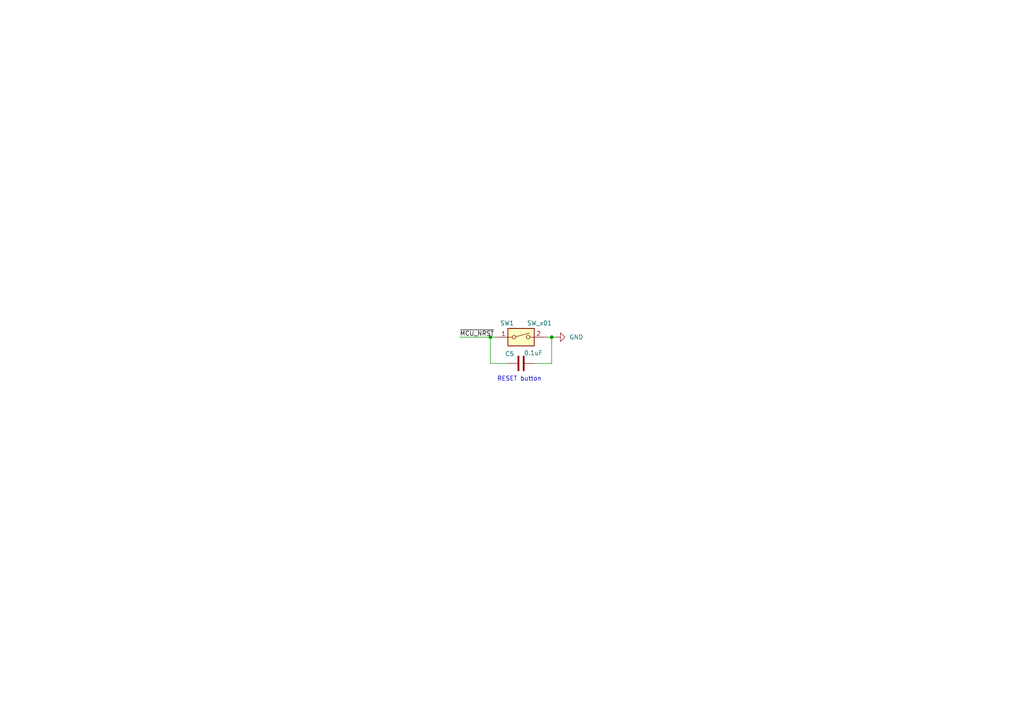
<source format=kicad_sch>
(kicad_sch (version 20250114) (generator "eeschema") (generator_version "9.0")
  (paper "A4")
  (lib_symbols
    (symbol "Device:C" (pin_numbers (hide yes)) (pin_names (offset 0.254))
      (property "Reference" "C" (at 0.635 2.54 0))
      (property "Value" "C" (at 0.635 -2.54 0))
      (symbol "C_0_1"
        (polyline (pts (xy -2.032 0.762) (xy 2.032 0.762)) (stroke (width 0.508)))
        (polyline (pts (xy -2.032 -0.762) (xy 2.032 -0.762)) (stroke (width 0.508)))
      )
      (symbol "C_1_1"
        (pin passive line (at 0 3.81 270) (length 2.794) (name "~") (number "1"))
        (pin passive line (at 0 -3.81 90) (length 2.794) (name "~") (number "2"))
      )
    )
    (symbol "Switch:SW_DIP_x01" (pin_names (offset 0) (hide yes))
      (property "Reference" "SW" (at 0 3.81 0))
      (property "Value" "SW_DIP_x01" (at 0 -3.81 0))
      (symbol "SW_DIP_x01_0_0"
        (circle (center -2.032 0) (radius 0.508))
        (polyline (pts (xy -1.524 0.127) (xy 2.3622 1.1684)))
        (circle (center 2.032 0) (radius 0.508))
      )
      (symbol "SW_DIP_x01_0_1"
        (rectangle (start -3.81 2.54) (end 3.81 -2.54) (stroke (width 0.254)) (fill (type background)))
      )
      (symbol "SW_DIP_x01_1_1"
        (pin passive line (at -7.62 0 0) (length 5.08) (name "~") (number "1"))
        (pin passive line (at 7.62 0 180) (length 5.08) (name "~") (number "2"))
      )
    )
    (symbol "power:GND" (power) (pin_numbers (hide yes)) (pin_names (offset 0) (hide yes))
      (property "Value" "GND" (at 0 -3.81 0))
      (symbol "GND_0_1"
        (polyline (pts (xy 0 0) (xy 0 -1.27) (xy 1.27 -1.27) (xy 0 -2.54) (xy -1.27 -1.27) (xy 0 -1.27)))
      )
      (symbol "GND_1_1"
        (pin power_in line (at 0 0 270) (length 0) (name "~") (number "1"))
      )
    )
  )
  (text "RESET button" (at 150.622 109.982 0) (effects (font (size 1.27 1.27))))
  (junction (at 160.02 97.79))
  (junction (at 142.24 97.79))
  (wire (pts (xy 147.32 105.41) (xy 142.24 105.41)))
  (wire (pts (xy 154.94 105.41) (xy 160.02 105.41)))
  (wire (pts (xy 142.24 105.41) (xy 142.24 97.79)))
  (wire (pts (xy 158.75 97.79) (xy 160.02 97.79)))
  (wire (pts (xy 142.24 97.79) (xy 143.51 97.79)))
  (wire (pts (xy 133.35 97.79) (xy 142.24 97.79)))
  (wire (pts (xy 160.02 97.79) (xy 161.29 97.79)))
  (wire (pts (xy 160.02 105.41) (xy 160.02 97.79)))
  (label "~{MCU_NRST}" (at 133.35 97.79 0))
  (symbol (lib_id "power:GND") (at 161.29 97.79 90) (unit 1)
    (property "Reference" "#PWR014" (effects (hide yes)))
    (property "Value" "GND" (at 165.1 97.7899 90) (effects (justify right)))
    (property "Description" "Power symbol creates a global label with name \"GND\" , ground" (effects (hide yes)))
  )
  (symbol (lib_id "Device:C") (at 151.13 105.41 90) (unit 1)
    (property "Reference" "C5" (at 147.828 102.616 90))
    (property "Value" "0.1uF" (at 154.686 102.362 90))
    (property "Footprint" "Capacitor_SMD:C_0603_1608Metric" (effects (hide yes)))
    (property "Description" "Unpolarized capacitor" (effects (hide yes)))
  )
  (symbol (lib_id "Switch:SW_DIP_x01") (at 151.13 97.79 0) (unit 1)
    (property "Reference" "SW1" (at 147.066 93.726 0))
    (property "Value" "SW_x01" (at 156.464 93.726 0))
    (property "Footprint" "TS-1088-AR02016:TS1088AR02016" (effects (hide yes)))
    (property "Description" "1x DIP Switch, Single Pole Single Throw (SPST) switch, small symbol" (effects (hide yes)))
    (property "Part No." "TS-1088-AR02016" (effects (hide yes)))
    (property "Vendor" "Xunpu" (effects (hide yes)))
    (property "Fetched" "18" (effects (hide yes)))
  )
)
</source>
